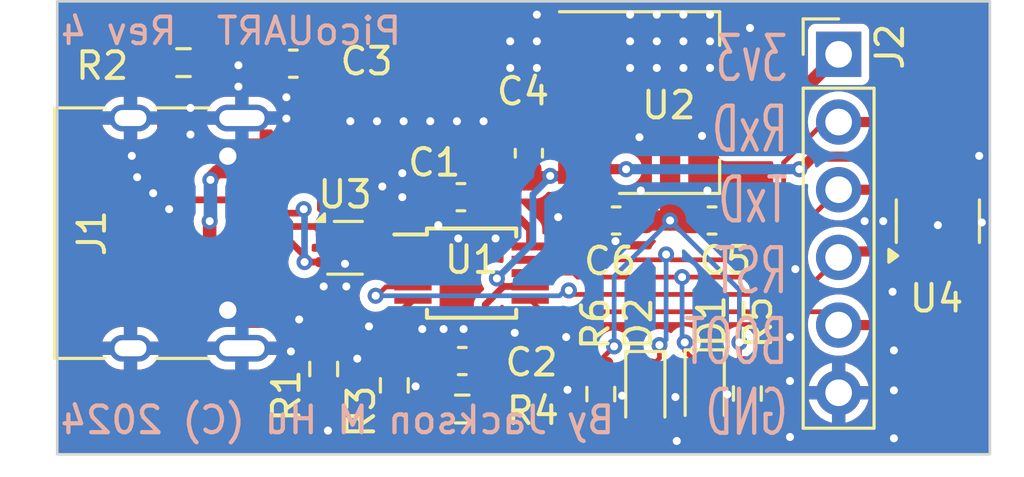
<source format=kicad_pcb>
(kicad_pcb (version 20240108) (generator "pcbnew") (generator_version "8.0")
  (layers (0 "F.Cu" signal) (31 "B.Cu" signal) (34 "B.Paste" user) (35 "F.Paste" user) (36 "B.SilkS" user "B.Silkscreen") (37 "F.SilkS" user "F.Silkscreen") (38 "B.Mask" user) (39 "F.Mask" user) (44 "Edge.Cuts" user))
  (net 0 "")
  (net 1 "GND")
  (net 2 "Net-(U1-V3)")
  (net 3 "+5V")
  (net 4 "+3V3")
  (net 5 "Net-(J1-CC1)")
  (net 6 "USB_DP")
  (net 7 "USB_DM")
  (net 9 "Net-(J1-CC2)")
  (net 11 "RxD")
  (net 12 "TxD")
  (net 13 "RESET")
  (net 14 "BOOT")
  (net 15 "Net-(U1-CTS)")
  (net 16 "Net-(D1-A)")
  (net 17 "Net-(D2-A)")
  (net 18 "USB_DP_IN")
  (net 19 "USB_DM_IN")
  (footprint "Capacitor_SMD:C_0603_1608Metric_Pad1.08x0.95mm_HandSolder" (layer "F.Cu") (at 138.15 82.35)
    (property "Reference" "C1" (at -1 -1.3 0) (layer "F.SilkS"))
    (property "Value" "100nF")
    (fp_line (start -0.146267 -0.51) (end 0.146267 -0.51) (stroke (width 0.12)) (layer "F.SilkS"))
    (fp_line (start -0.146267 0.51) (end 0.146267 0.51) (stroke (width 0.12)) (layer "F.SilkS"))
    (pad "1" smd roundrect (at -0.8625 0) (size 1.075 0.95) (layers "F.Cu" "F.Paste" "F.Mask") (net 1 "GND"))
    (pad "2" smd roundrect (at 0.8625 0) (size 1.075 0.95) (layers "F.Cu" "F.Paste" "F.Mask") (net 2 "Net-(U1-V3)"))
  )
  (footprint "Capacitor_SMD:C_0603_1608Metric_Pad1.08x0.95mm_HandSolder" (layer "F.Cu") (at 138.2 88.5)
    (property "Reference" "C2" (at 2.6 0.05 0) (layer "F.SilkS"))
    (property "Value" "100nF")
    (fp_line (start -0.146267 -0.51) (end 0.146267 -0.51) (stroke (width 0.12)) (layer "F.SilkS"))
    (fp_line (start -0.146267 0.51) (end 0.146267 0.51) (stroke (width 0.12)) (layer "F.SilkS"))
    (pad "1" smd roundrect (at -0.8625 0) (size 1.075 0.95) (layers "F.Cu" "F.Paste" "F.Mask") (net 1 "GND"))
    (pad "2" smd roundrect (at 0.8625 0) (size 1.075 0.95) (layers "F.Cu" "F.Paste" "F.Mask") (net 3 "+5V"))
  )
  (footprint "Package_SO:MSOP-10_3x3mm_P0.5mm" (layer "F.Cu") (at 138.55 85.2)
    (property "Reference" "U1" (at 0 -0.5 0) (layer "F.SilkS"))
    (property "Value" "CH340X")
    (fp_line (start -1.675 -1.675) (end -1.675 -1.45) (stroke (width 0.15)) (layer "F.SilkS"))
    (fp_line (start -1.675 -1.675) (end 1.675 -1.675) (stroke (width 0.15)) (layer "F.SilkS"))
    (fp_line (start -1.675 -1.45) (end -2.9 -1.45) (stroke (width 0.15)) (layer "F.SilkS"))
    (fp_line (start -1.675 1.675) (end -1.675 1.375) (stroke (width 0.15)) (layer "F.SilkS"))
    (fp_line (start -1.675 1.675) (end 1.675 1.675) (stroke (width 0.15)) (layer "F.SilkS"))
    (fp_line (start 1.675 -1.675) (end 1.675 -1.375) (stroke (width 0.15)) (layer "F.SilkS"))
    (fp_line (start 1.675 1.675) (end 1.675 1.375) (stroke (width 0.15)) (layer "F.SilkS"))
    (pad "1" smd rect (at -2.2 -1) (size 1.4 0.3) (layers "F.Cu" "F.Paste" "F.Mask") (net 6 "USB_DP"))
    (pad "2" smd rect (at -2.2 -0.5) (size 1.4 0.3) (layers "F.Cu" "F.Paste" "F.Mask") (net 7 "USB_DM"))
    (pad "3" smd rect (at -2.2 0) (size 1.4 0.3) (layers "F.Cu" "F.Paste" "F.Mask") (net 1 "GND"))
    (pad "4" smd rect (at -2.2 0.5) (size 1.4 0.3) (layers "F.Cu" "F.Paste" "F.Mask") (net 13 "RESET"))
    (pad "5" smd rect (at -2.2 1) (size 1.4 0.3) (layers "F.Cu" "F.Paste" "F.Mask") (net 15 "Net-(U1-CTS)"))
    (pad "6" smd rect (at 2.2 1) (size 1.4 0.3) (layers "F.Cu" "F.Paste" "F.Mask") (net 14 "BOOT"))
    (pad "7" smd rect (at 2.2 0.5) (size 1.4 0.3) (layers "F.Cu" "F.Paste" "F.Mask") (net 3 "+5V"))
    (pad "8" smd rect (at 2.2 0) (size 1.4 0.3) (layers "F.Cu" "F.Paste" "F.Mask") (net 12 "TxD"))
    (pad "9" smd rect (at 2.2 -0.5) (size 1.4 0.3) (layers "F.Cu" "F.Paste" "F.Mask") (net 11 "RxD"))
    (pad "10" smd rect (at 2.2 -1) (size 1.4 0.3) (layers "F.Cu" "F.Paste" "F.Mask") (net 2 "Net-(U1-V3)"))
  )
  (footprint "Connector_PinHeader_2.54mm:PinHeader_1x06_P2.54mm_Vertical" (layer "F.Cu") (at 152.325 76.99)
    (property "Reference" "J2" (at 1.925 -0.29 90) (layer "F.SilkS"))
    (property "Value" "UART")
    (fp_line (start -1.33 -1.33) (end 0 -1.33) (stroke (width 0.12)) (layer "F.SilkS"))
    (fp_line (start -1.33 0) (end -1.33 -1.33) (stroke (width 0.12)) (layer "F.SilkS"))
    (fp_line (start -1.33 1.27) (end -1.33 14.03) (stroke (width 0.12)) (layer "F.SilkS"))
    (fp_line (start -1.33 1.27) (end 1.33 1.27) (stroke (width 0.12)) (layer "F.SilkS"))
    (fp_line (start -1.33 14.03) (end 1.33 14.03) (stroke (width 0.12)) (layer "F.SilkS"))
    (fp_line (start 1.33 1.27) (end 1.33 14.03) (stroke (width 0.12)) (layer "F.SilkS"))
    (pad "1" thru_hole rect (at 0 0) (size 1.7 1.7) (drill 1) (layers "*.Cu" "*.Mask") (net 4 "+3V3"))
    (pad "2" thru_hole oval (at 0 2.54) (size 1.7 1.7) (drill 1) (layers "*.Cu" "*.Mask") (net 11 "RxD"))
    (pad "3" thru_hole oval (at 0 5.08) (size 1.7 1.7) (drill 1) (layers "*.Cu" "*.Mask") (net 12 "TxD"))
    (pad "4" thru_hole oval (at 0 7.62) (size 1.7 1.7) (drill 1) (layers "*.Cu" "*.Mask") (net 13 "RESET"))
    (pad "5" thru_hole oval (at 0 10.16) (size 1.7 1.7) (drill 1) (layers "*.Cu" "*.Mask") (net 14 "BOOT"))
    (pad "6" thru_hole oval (at 0 12.7) (size 1.7 1.7) (drill 1) (layers "*.Cu" "*.Mask") (net 1 "GND"))
  )
  (footprint "LED_SMD:LED_0603_1608Metric_Pad1.05x0.95mm_HandSolder" (layer "F.Cu") (at 145.07 89.8 -90)
    (property "Reference" "D2" (at -2.7 0.27 90) (layer "F.SilkS"))
    (property "Value" "LED")
    (fp_line (start -1.66 0.735) (end 0.8 0.735) (stroke (width 0.12)) (layer "F.SilkS"))
    (fp_line (start -1.66 -0.735) (end -1.66 0.735) (stroke (width 0.12)) (layer "F.SilkS"))
    (fp_line (start 0.8 -0.735) (end -1.66 -0.735) (stroke (width 0.12)) (layer "F.SilkS"))
    (pad "1" smd roundrect (at -0.875 0 270) (size 1.05 0.95) (layers "F.Cu" "F.Paste" "F.Mask") (net 11 "RxD"))
    (pad "2" smd roundrect (at 0.875 0 270) (size 1.05 0.95) (layers "F.Cu" "F.Paste" "F.Mask") (net 17 "Net-(D2-A)"))
  )
  (footprint "Capacitor_SMD:C_0603_1608Metric_Pad1.08x0.95mm_HandSolder" (layer "F.Cu") (at 143.975 83.225 180)
    (property "Reference" "C6" (at 0.225 -1.525 180) (layer "F.SilkS"))
    (property "Value" "10uF")
    (fp_line (start -0.146267 0.51) (end 0.146267 0.51) (stroke (width 0.12)) (layer "F.SilkS"))
    (fp_line (start -0.146267 -0.51) (end 0.146267 -0.51) (stroke (width 0.12)) (layer "F.SilkS"))
    (pad "1" smd roundrect (at -0.8625 0 180) (size 1.075 0.95) (layers "F.Cu" "F.Paste" "F.Mask") (net 4 "+3V3"))
    (pad "2" smd roundrect (at 0.8625 0 180) (size 1.075 0.95) (layers "F.Cu" "F.Paste" "F.Mask") (net 1 "GND"))
  )
  (footprint "Connector_USB:USB_C_Receptacle_HRO_TYPE-C-31-M-12" (layer "F.Cu") (at 126.8 83.7 -90)
    (property "Reference" "J1" (at 0 2.5 90) (layer "F.SilkS"))
    (property "Value" "USB")
    (fp_line (start -4.7 3.9) (end 4.7 3.9) (stroke (width 0.12)) (layer "F.SilkS"))
    (fp_line (start -4.7 2) (end -4.7 3.9) (stroke (width 0.12)) (layer "F.SilkS"))
    (fp_line (start 4.7 2) (end 4.7 3.9) (stroke (width 0.12)) (layer "F.SilkS"))
    (fp_line (start -4.7 -1.9) (end -4.7 0.1) (stroke (width 0.12)) (layer "F.SilkS"))
    (fp_line (start 4.7 -1.9) (end 4.7 0.1) (stroke (width 0.12)) (layer "F.SilkS"))
    (pad "" np_thru_hole circle (at -2.89 -2.6 270) (size 0.65 0.65) (drill 0.65) (layers "*.Cu" "*.Mask"))
    (pad "" np_thru_hole circle (at 2.89 -2.6 270) (size 0.65 0.65) (drill 0.65) (layers "*.Cu" "*.Mask"))
    (pad "A1" smd rect (at -3.25 -4.045 270) (size 0.6 1.45) (layers "F.Cu" "F.Paste" "F.Mask") (net 1 "GND"))
    (pad "A4" smd rect (at -2.45 -4.045 270) (size 0.6 1.45) (layers "F.Cu" "F.Paste" "F.Mask") (net 3 "+5V"))
    (pad "A5" smd rect (at -1.25 -4.045 270) (size 0.3 1.45) (layers "F.Cu" "F.Paste" "F.Mask") (net 5 "Net-(J1-CC1)"))
    (pad "A6" smd rect (at -0.25 -4.045 270) (size 0.3 1.45) (layers "F.Cu" "F.Paste" "F.Mask") (net 18 "USB_DP_IN"))
    (pad "A7" smd rect (at 0.25 -4.045 270) (size 0.3 1.45) (layers "F.Cu" "F.Paste" "F.Mask") (net 19 "USB_DM_IN"))
    (pad "A8" smd rect (at 1.25 -4.045 270) (size 0.3 1.45) (layers "F.Cu" "F.Paste" "F.Mask"))
    (pad "A9" smd rect (at 2.45 -4.045 270) (size 0.6 1.45) (layers "F.Cu" "F.Paste" "F.Mask") (net 3 "+5V"))
    (pad "A12" smd rect (at 3.25 -4.045 270) (size 0.6 1.45) (layers "F.Cu" "F.Paste" "F.Mask") (net 1 "GND"))
    (pad "B1" smd rect (at 3.25 -4.045 270) (size 0.6 1.45) (layers "F.Cu" "F.Paste" "F.Mask") (net 1 "GND"))
    (pad "B4" smd rect (at 2.45 -4.045 270) (size 0.6 1.45) (layers "F.Cu" "F.Paste" "F.Mask") (net 3 "+5V"))
    (pad "B5" smd rect (at 1.75 -4.045 270) (size 0.3 1.45) (layers "F.Cu" "F.Paste" "F.Mask") (net 9 "Net-(J1-CC2)"))
    (pad "B6" smd rect (at 0.75 -4.045 270) (size 0.3 1.45) (layers "F.Cu" "F.Paste" "F.Mask") (net 18 "USB_DP_IN"))
    (pad "B7" smd rect (at -0.75 -4.045 270) (size 0.3 1.45) (layers "F.Cu" "F.Paste" "F.Mask") (net 19 "USB_DM_IN"))
    (pad "B8" smd rect (at -1.75 -4.045 270) (size 0.3 1.45) (layers "F.Cu" "F.Paste" "F.Mask"))
    (pad "B9" smd rect (at -2.45 -4.045 270) (size 0.6 1.45) (layers "F.Cu" "F.Paste" "F.Mask") (net 3 "+5V"))
    (pad "B12" smd rect (at -3.25 -4.045 270) (size 0.6 1.45) (layers "F.Cu" "F.Paste" "F.Mask") (net 1 "GND"))
    (pad "S1" thru_hole oval (at -4.32 -3.13 270) (size 1 2.1) (drill oval 0.6 1.7) (layers "*.Cu" "*.Mask") (net 1 "GND"))
    (pad "S1" thru_hole oval (at -4.32 1.05 270) (size 1 1.6) (drill oval 0.6 1.2) (layers "*.Cu" "*.Mask") (net 1 "GND"))
    (pad "S1" thru_hole oval (at 4.32 -3.13 270) (size 1 2.1) (drill oval 0.6 1.7) (layers "*.Cu" "*.Mask") (net 1 "GND"))
    (pad "S1" thru_hole oval (at 4.32 1.05 270) (size 1 1.6) (drill oval 0.6 1.2) (layers "*.Cu" "*.Mask") (net 1 "GND"))
  )
  (footprint "LED_SMD:LED_0603_1608Metric_Pad1.05x0.95mm_HandSolder" (layer "F.Cu") (at 147.3 89.74 -90)
    (property "Reference" "D1" (at -2.74 -0.25 90) (layer "F.SilkS"))
    (property "Value" "LED")
    (fp_line (start -1.66 0.735) (end 0.8 0.735) (stroke (width 0.12)) (layer "F.SilkS"))
    (fp_line (start -1.66 -0.735) (end -1.66 0.735) (stroke (width 0.12)) (layer "F.SilkS"))
    (fp_line (start 0.8 -0.735) (end -1.66 -0.735) (stroke (width 0.12)) (layer "F.SilkS"))
    (pad "1" smd roundrect (at -0.875 0 270) (size 1.05 0.95) (layers "F.Cu" "F.Paste" "F.Mask") (net 12 "TxD"))
    (pad "2" smd roundrect (at 0.875 0 270) (size 1.05 0.95) (layers "F.Cu" "F.Paste" "F.Mask") (net 16 "Net-(D1-A)"))
  )
  (footprint "Resistor_SMD:R_0603_1608Metric_Pad0.98x0.95mm_HandSolder" (layer "F.Cu") (at 143.4 89.74 -90)
    (property "Reference" "R6" (at -2.64 0.2 -90) (layer "F.SilkS"))
    (property "Value" "1k")
    (fp_line (start -0.254724 0.5225) (end 0.254724 0.5225) (stroke (width 0.12)) (layer "F.SilkS"))
    (fp_line (start -0.254724 -0.5225) (end 0.254724 -0.5225) (stroke (width 0.12)) (layer "F.SilkS"))
    (pad "1" smd roundrect (at -0.9125 0 270) (size 0.975 0.95) (layers "F.Cu" "F.Paste" "F.Mask") (net 4 "+3V3"))
    (pad "2" smd roundrect (at 0.9125 0 270) (size 0.975 0.95) (layers "F.Cu" "F.Paste" "F.Mask") (net 17 "Net-(D2-A)"))
  )
  (footprint "Resistor_SMD:R_0603_1608Metric_Pad0.98x0.95mm_HandSolder" (layer "F.Cu") (at 127.7375 77.3)
    (property "Reference" "R2" (at -3.05 0.12 0) (layer "F.SilkS"))
    (property "Value" "5.11k")
    (fp_line (start -0.254724 -0.5225) (end 0.254724 -0.5225) (stroke (width 0.12)) (layer "F.SilkS"))
    (fp_line (start -0.254724 0.5225) (end 0.254724 0.5225) (stroke (width 0.12)) (layer "F.SilkS"))
    (pad "1" smd roundrect (at -0.9125 0) (size 0.975 0.95) (layers "F.Cu" "F.Paste" "F.Mask") (net 5 "Net-(J1-CC1)"))
    (pad "2" smd roundrect (at 0.9125 0) (size 0.975 0.95) (layers "F.Cu" "F.Paste" "F.Mask") (net 1 "GND"))
  )
  (footprint "Capacitor_SMD:C_0603_1608Metric_Pad1.08x0.95mm_HandSolder" (layer "F.Cu") (at 147.575 83.225)
    (property "Reference" "C5" (at 0.5 1.5 180) (layer "F.SilkS"))
    (property "Value" "0.1uF")
    (fp_line (start -0.146267 -0.51) (end 0.146267 -0.51) (stroke (width 0.12)) (layer "F.SilkS"))
    (fp_line (start -0.146267 0.51) (end 0.146267 0.51) (stroke (width 0.12)) (layer "F.SilkS"))
    (pad "1" smd roundrect (at -0.8625 0) (size 1.075 0.95) (layers "F.Cu" "F.Paste" "F.Mask") (net 4 "+3V3"))
    (pad "2" smd roundrect (at 0.8625 0) (size 1.075 0.95) (layers "F.Cu" "F.Paste" "F.Mask") (net 1 "GND"))
  )
  (footprint "Capacitor_SMD:C_0603_1608Metric_Pad1.08x0.95mm_HandSolder" (layer "F.Cu") (at 140.7 80.7 90)
    (property "Reference" "C4" (at 2.32 -0.22 180) (layer "F.SilkS"))
    (property "Value" "0.1uF")
    (fp_line (start -0.146267 -0.51) (end 0.146267 -0.51) (stroke (width 0.12)) (layer "F.SilkS"))
    (fp_line (start -0.146267 0.51) (end 0.146267 0.51) (stroke (width 0.12)) (layer "F.SilkS"))
    (pad "1" smd roundrect (at -0.8625 0 90) (size 1.075 0.95) (layers "F.Cu" "F.Paste" "F.Mask") (net 3 "+5V"))
    (pad "2" smd roundrect (at 0.8625 0 90) (size 1.075 0.95) (layers "F.Cu" "F.Paste" "F.Mask") (net 1 "GND"))
  )
  (footprint "Resistor_SMD:R_0603_1608Metric_Pad0.98x0.95mm_HandSolder" (layer "F.Cu") (at 133 88.8 -90)
    (property "Reference" "R1" (at 1 1.4 90) (layer "F.SilkS"))
    (property "Value" "5.11k")
    (fp_line (start -0.254724 0.5225) (end 0.254724 0.5225) (stroke (width 0.12)) (layer "F.SilkS"))
    (fp_line (start -0.254724 -0.5225) (end 0.254724 -0.5225) (stroke (width 0.12)) (layer "F.SilkS"))
    (pad "1" smd roundrect (at -0.9125 0 270) (size 0.975 0.95) (layers "F.Cu" "F.Paste" "F.Mask") (net 9 "Net-(J1-CC2)"))
    (pad "2" smd roundrect (at 0.9125 0 270) (size 0.975 0.95) (layers "F.Cu" "F.Paste" "F.Mask") (net 1 "GND"))
  )
  (footprint "Package_TO_SOT_SMD:SOT-23-6" (layer "F.Cu") (at 156.05 83.25 90)
    (property "Reference" "U4" (at -2.9 -0.05 180) (layer "F.SilkS"))
    (property "Value" "USBLC6-4SC6")
    (fp_line (start 0 -1.56) (end 0.8 -1.56) (stroke (width 0.12)) (layer "F.SilkS"))
    (fp_line (start 0 -1.56) (end -0.8 -1.56) (stroke (width 0.12)) (layer "F.SilkS"))
    (fp_line (start 0 1.56) (end 0.8 1.56) (stroke (width 0.12)) (layer "F.SilkS"))
    (fp_line (start 0 1.56) (end -0.8 1.56) (stroke (width 0.12)) (layer "F.SilkS"))
    (fp_poly (pts (xy -1.3 -1.51) (xy -1.54 -1.84) (xy -1.06 -1.84) (xy -1.3 -1.51)) (stroke (width 0.12)) (fill solid) (layer "F.SilkS"))
    (pad "1" smd roundrect (at -1.1375 -0.95 90) (size 1.325 0.6) (layers "F.Cu" "F.Paste" "F.Mask") (net 13 "RESET"))
    (pad "2" smd roundrect (at -1.1375 0 90) (size 1.325 0.6) (layers "F.Cu" "F.Paste" "F.Mask") (net 1 "GND"))
    (pad "3" smd roundrect (at -1.1375 0.95 90) (size 1.325 0.6) (layers "F.Cu" "F.Paste" "F.Mask") (net 14 "BOOT"))
    (pad "4" smd roundrect (at 1.1375 0.95 90) (size 1.325 0.6) (layers "F.Cu" "F.Paste" "F.Mask") (net 11 "RxD"))
    (pad "5" smd roundrect (at 1.1375 0 90) (size 1.325 0.6) (layers "F.Cu" "F.Paste" "F.Mask") (net 3 "+5V"))
    (pad "6" smd roundrect (at 1.1375 -0.95 90) (size 1.325 0.6) (layers "F.Cu" "F.Paste" "F.Mask") (net 12 "TxD"))
  )
  (footprint "Resistor_SMD:R_0603_1608Metric_Pad0.98x0.95mm_HandSolder" (layer "F.Cu") (at 148.9 89.72 -90)
    (property "Reference" "R5" (at -2.67 -0.4 -90) (layer "F.SilkS"))
    (property "Value" "1k")
    (fp_line (start -0.254724 0.5225) (end 0.254724 0.5225) (stroke (width 0.12)) (layer "F.SilkS"))
    (fp_line (start -0.254724 -0.5225) (end 0.254724 -0.5225) (stroke (width 0.12)) (layer "F.SilkS"))
    (pad "1" smd roundrect (at -0.9125 0 270) (size 0.975 0.95) (layers "F.Cu" "F.Paste" "F.Mask") (net 4 "+3V3"))
    (pad "2" smd roundrect (at 0.9125 0 270) (size 0.975 0.95) (layers "F.Cu" "F.Paste" "F.Mask") (net 16 "Net-(D1-A)"))
  )
  (footprint "Package_TO_SOT_SMD:SOT-223-3_TabPin2" (layer "F.Cu") (at 145.95 78.8)
    (property "Reference" "U2" (at 0 0.1 0) (layer "F.SilkS"))
    (property "Value" "AMS1117-3.3")
    (fp_line (start -4.1 -3.41) (end 1.91 -3.41) (stroke (width 0.12)) (layer "F.SilkS"))
    (fp_line (start -1.85 3.41) (end 1.91 3.41) (stroke (width 0.12)) (layer "F.SilkS"))
    (fp_line (start 1.91 -3.41) (end 1.91 -2.15) (stroke (width 0.12)) (layer "F.SilkS"))
    (fp_line (start 1.91 3.41) (end 1.91 2.15) (stroke (width 0.12)) (layer "F.SilkS"))
    (pad "1" smd rect (at -3.15 -2.3) (size 2 1.5) (layers "F.Cu" "F.Paste" "F.Mask") (net 1 "GND"))
    (pad "2" smd rect (at -3.15 0) (size 2 1.5) (layers "F.Cu" "F.Paste" "F.Mask") (net 4 "+3V3"))
    (pad "2" smd rect (at 3.15 0) (size 2 3.8) (layers "F.Cu" "F.Paste" "F.Mask") (net 4 "+3V3"))
    (pad "3" smd rect (at -3.15 2.3) (size 2 1.5) (layers "F.Cu" "F.Paste" "F.Mask") (net 3 "+5V"))
  )
  (footprint "Capacitor_SMD:C_0603_1608Metric_Pad1.08x0.95mm_HandSolder" (layer "F.Cu") (at 131.86 77.34 180)
    (property "Reference" "C3" (at -2.75 0.09 0) (layer "F.SilkS"))
    (property "Value" "10uF")
    (fp_line (start -0.146267 0.51) (end 0.146267 0.51) (stroke (width 0.12)) (layer "F.SilkS"))
    (fp_line (start -0.146267 -0.51) (end 0.146267 -0.51) (stroke (width 0.12)) (layer "F.SilkS"))
    (pad "1" smd roundrect (at -0.8625 0 180) (size 1.075 0.95) (layers "F.Cu" "F.Paste" "F.Mask") (net 3 "+5V"))
    (pad "2" smd roundrect (at 0.8625 0 180) (size 1.075 0.95) (layers "F.Cu" "F.Paste" "F.Mask") (net 1 "GND"))
  )
  (footprint "Package_TO_SOT_SMD:SOT-666" (layer "F.Cu") (at 133.8 84.25)
    (property "Reference" "U3" (at 0 -2 360) (layer "F.SilkS"))
    (property "Value" "USBLC6-2P6")
    (fp_line (start 0.65 -0.99) (end -0.4 -0.99) (stroke (width 0.12)) (layer "F.SilkS"))
    (fp_line (start 0.65 0.99) (end -0.65 0.99) (stroke (width 0.12)) (layer "F.SilkS"))
    (fp_poly (pts (xy -0.77 -0.99) (xy -1.05 -0.99) (xy -0.77 -1.27) (xy -0.77 -0.99)) (stroke (width 0.12)) (fill solid) (layer "F.SilkS"))
    (pad "1" smd roundrect (at -0.85 -0.5375) (size 0.5 0.375) (layers "F.Cu" "F.Paste" "F.Mask") (net 18 "USB_DP_IN"))
    (pad "2" smd roundrect (at -0.925 0) (size 0.65 0.3) (layers "F.Cu" "F.Paste" "F.Mask") (net 1 "GND"))
    (pad "3" smd roundrect (at -0.85 0.5375) (size 0.5 0.375) (layers "F.Cu" "F.Paste" "F.Mask") (net 19 "USB_DM_IN"))
    (pad "4" smd roundrect (at 0.85 0.5375) (size 0.5 0.375) (layers "F.Cu" "F.Paste" "F.Mask") (net 7 "USB_DM"))
    (pad "5" smd roundrect (at 0.925 0) (size 0.65 0.3) (layers "F.Cu" "F.Paste" "F.Mask") (net 3 "+5V"))
    (pad "6" smd roundrect (at 0.85 -0.5375) (size 0.5 0.375) (layers "F.Cu" "F.Paste" "F.Mask") (net 6 "USB_DP"))
  )
  (footprint "Resistor_SMD:R_0603_1608Metric_Pad0.98x0.95mm_HandSolder" (layer "F.Cu") (at 138.2 90.3)
    (property "Reference" "R4" (at 2.65 0.07 0) (layer "F.SilkS"))
    (property "Value" "4.7k")
    (fp_line (start -0.254724 -0.5225) (end 0.254724 -0.5225) (stroke (width 0.12)) (layer "F.SilkS"))
    (fp_line (start -0.254724 0.5225) (end 0.254724 0.5225) (stroke (width 0.12)) (layer "F.SilkS"))
    (pad "1" smd roundrect (at -0.9125 0) (size 0.975 0.95) (layers "F.Cu" "F.Paste" "F.Mask") (net 14 "BOOT"))
    (pad "2" smd roundrect (at 0.9125 0) (size 0.975 0.95) (layers "F.Cu" "F.Paste" "F.Mask") (net 1 "GND"))
  )
  (footprint "Resistor_SMD:R_0603_1608Metric_Pad0.98x0.95mm_HandSolder" (layer "F.Cu") (at 135.65 89.4125 -90)
    (property "Reference" "R3" (at 0.9875 1.25 90) (layer "F.SilkS"))
    (property "Value" "4.7k")
    (fp_line (start -0.254724 0.5225) (end 0.254724 0.5225) (stroke (width 0.12)) (layer "F.SilkS"))
    (fp_line (start -0.254724 -0.5225) (end 0.254724 -0.5225) (stroke (width 0.12)) (layer "F.SilkS"))
    (pad "1" smd roundrect (at -0.9125 0 270) (size 0.975 0.95) (layers "F.Cu" "F.Paste" "F.Mask") (net 15 "Net-(U1-CTS)"))
    (pad "2" smd roundrect (at 0.9125 0 270) (size 0.975 0.95) (layers "F.Cu" "F.Paste" "F.Mask") (net 14 "BOOT"))
  )
  (gr_rect (start 123 75) (end 158 92) (stroke (width 0.1)) (fill none) (layer "Edge.Cuts"))
  (gr_text "3v3\nRxD\nTxD\nRST\nBOOT\nGND" (at 150.5 91.4 0) (layer "B.SilkS") (effects (font (size 1.65 1) (thickness 0.16)) (justify left bottom mirror)))
  (gr_text "PicoUART  Rev 4\n" (at 136 76.7 0) (layer "B.SilkS") (effects (font (size 1 1)) (justify left bottom mirror)))
  (gr_text "By Jackson M Hu (C) 2024" (at 144 91.3 0) (layer "B.SilkS") (effects (font (size 1 1) (thickness 0.16)) (justify left bottom mirror)))
  (segment (start 132.875 84.25) (end 133.260128 84.25) (width 0.254) (layer "F.Cu") (net 1))
  (segment (start 133.860128 84.85) (end 134.312128 85.302) (width 0.254) (layer "F.Cu") (net 1))
  (segment (start 133.8 84.789872) (end 133.8 84.85) (width 0.254) (layer "F.Cu") (net 1))
  (segment (start 135.539225 85.2) (end 136.35 85.2) (width 0.254) (layer "F.Cu") (net 1))
  (segment (start 134.312128 85.302) (end 135.437225 85.302) (width 0.254) (layer "F.Cu") (net 1))
  (segment (start 135.437225 85.302) (end 135.539225 85.2) (width 0.254) (layer "F.Cu") (net 1))
  (segment (start 133.260128 84.25) (end 133.8 84.789872) (width 0.254) (layer "F.Cu") (net 1))
  (segment (start 133.8 84.85) (end 133.860128 84.85) (width 0.254) (layer "F.Cu") (net 1))
  (via (at 147.4 82.1) (size 0.6) (drill 0.3) (layers "F.Cu" "B.Cu") (net 1))
  (via (at 139.45 83.9) (size 0.6) (drill 0.3) (layers "F.Cu" "B.Cu") (net 1))
  (via (at 136 79.5) (size 0.6) (drill 0.3) (layers "F.Cu" "B.Cu") (net 1))
  (via (at 138.05 83.9) (size 0.6) (drill 0.3) (layers "F.Cu" "B.Cu") (net 1))
  (via (at 136.7 87.3) (size 0.6) (drill 0.3) (layers "F.Cu" "B.Cu") (net 1))
  (via (at 131.6 78.6) (size 0.6) (drill 0.3) (layers "F.Cu" "B.Cu") (net 1))
  (via (at 144.5 77.5) (size 0.6) (drill 0.3) (layers "F.Cu" "B.Cu") (net 1))
  (via (at 146.2 89.85) (size 0.6) (drill 0.3) (layers "F.Cu" "B.Cu") (net 1))
  (via (at 147.5 75.5) (size 0.6) (drill 0.3) (layers "F.Cu" "B.Cu") (net 1))
  (via (at 135.95 82.35) (size 0.6) (drill 0.3) (layers "F.Cu" "B.Cu") (net 1))
  (via (at 140 76.5) (size 0.6) (drill 0.3) (layers "F.Cu" "B.Cu") (net 1))
  (via (at 147.5 77.5) (size 0.6) (drill 0.3) (layers "F.Cu" "B.Cu") (net 1))
  (via (at 143.95 84) (size 0.6) (drill 0.3) (layers "F.Cu" "B.Cu") (net 1))
  (via (at 133 85.7) (size 0.6) (drill 0.3) (layers "F.Cu" "B.Cu") (net 1))
  (via (at 128 80) (size 0.6) (drill 0.3) (layers "F.Cu" "B.Cu") (net 1))
  (via (at 125.8 80.8) (size 0.6) (drill 0.3) (layers "F.Cu" "B.Cu") (net 1))
  (via (at 138 79.5) (size 0.6) (drill 0.3) (layers "F.Cu" "B.Cu") (net 1))
  (via (at 135.95 81.45) (size 0.6) (drill 0.3) (layers "F.Cu" "B.Cu") (net 1))
  (via (at 140 77.5) (size 0.6) (drill 0.3) (layers "F.Cu" "B.Cu") (net 1))
  (via (at 133.8 84.85) (size 0.6) (drill 0.3) (layers "F.Cu" "B.Cu") (net 1))
  (via (at 148.15 89.75) (size 0.6) (drill 0.3) (layers "F.Cu" "B.Cu") (net 1))
  (via (at 141 75.5) (size 0.6) (drill 0.3) (layers "F.Cu" "B.Cu") (net 1))
  (via (at 141 76.5) (size 0.6) (drill 0.3) (layers "F.Cu" "B.Cu") (net 1))
  (via (at 146.5 75.5) (size 0.6) (drill 0.3) (layers "F.Cu" "B.Cu") (net 1))
  (via (at 126 81.6) (size 0.6) (drill 0.3) (layers "F.Cu" "B.Cu") (net 1))
  (via (at 141.8 83.1) (size 0.6) (drill 0.3) (layers "F.Cu" "B.Cu") (net 1))
  (via (at 142.1 87.6) (size 0.6) (drill 0.3) (layers "F.Cu" "B.Cu") (net 1))
  (via (at 137.3 83.4) (size 0.6) (drill 0.3) (layers "F.Cu" "B.Cu") (net 1))
  (via (at 157.6 80.8) (size 0.6) (drill 0.3) (layers "F.Cu" "B.Cu") (net 1))
  (via (at 131.6 79.4) (size 0.6) (drill 0.3) (layers "F.Cu" "B.Cu") (net 1))
  (via (at 154.35 85.9) (size 0.6) (drill 0.3) (layers "F.Cu" "B.Cu") (net 1))
  (via (at 131.77 88.14) (size 0.6) (drill 0.3) (layers "F.Cu" "B.Cu") (net 1))
  (via (at 150.5 89.25) (size 0.6) (drill 0.3) (layers "F.Cu" "B.Cu") (net 1))
  (via (at 139 79.5) (size 0.6) (drill 0.3) (layers "F.Cu" "B.Cu") (net 1))
  (via (at 134.7 87.2) (size 0.6) (drill 0.3) (layers "F.Cu" "B.Cu") (net 1))
  (via (at 127.2 82.8) (size 0.6) (drill 0.3) (layers "F.Cu" "B.Cu") (net 1))
  (via (at 154 83.25) (size 0.6) (drill 0.3) (layers "F.Cu" "B.Cu") (net 1))
  (via (at 129.8 77.4) (size 0.6) (drill 0.3) (layers "F.Cu" "B.Cu") (net 1))
  (via (at 133.16 91.11) (size 0.6) (drill 0.3) (layers "F.Cu" "B.Cu") (net 1))
  (via (at 153.3 83.25) (size 0.6) (drill 0.3) (layers "F.Cu" "B.Cu") (net 1))
  (via (at 134.26 88.41) (size 0.6) (drill 0.3) (layers "F.Cu" "B.Cu") (net 1))
  (via (at 144.5 75.5) (size 0.6) (drill 0.3) (layers "F.Cu" "B.Cu") (net 1))
  (via (at 135 79.5) (size 0.6) (drill 0.3) (layers "F.Cu" "B.Cu") (net 1))
  (via (at 140.17 87.44) (size 0.6) (drill 0.3) (layers "F.Cu" "B.Cu") (net 1))
  (via (at 149 76) (size 0.6) (drill 0.3) (layers "F.Cu" "B.Cu") (net 1))
  (via (at 141 77.5) (size 0.6) (drill 0.3) (layers "F.Cu" "B.Cu") (net 1))
  (via (at 154.4 91.4) (size 0.6) (drill 0.3) (layers "F.Cu" "B.Cu") (net 1))
  (via (at 144.2 89.8) (size 0.6) (drill 0.3) (layers "F.Cu" "B.Cu") (net 1))
  (via (at 157.7 83.3) (size 0.6) (drill 0.3) (layers "F.Cu" "B.Cu") (net 1))
  (via (at 147.2 80.05) (size 0.6) (drill 0.3) (layers "F.Cu" "B.Cu") (net 1))
  (via (at 126.6 82.2) (size 0.6) (drill 0.3) (layers "F.Cu" "B.Cu") (net 1))
  (via (at 146.5 76.5) (size 0.6) (drill 0.3) (layers "F.Cu" "B.Cu") (net 1))
  (via (at 128 79) (size 0.6) (drill 0.3) (layers "F.Cu" "B.Cu") (net 1))
  (via (at 144.85 80.1) (size 0.6) (drill 0.3) (layers "F.Cu" "B.Cu") (net 1))
  (via (at 142.15 89.58) (size 0.6) (drill 0.3) (layers "F.Cu" "B.Cu") (net 1))
  (via (at 150.5 91.35) (size 0.6) (drill 0.3) (layers "F.Cu" "B.Cu") (net 1))
  (via (at 145.5 76.5) (size 0.6) (drill 0.3) (layers "F.Cu" "B.Cu") (net 1))
  (via (at 133.85 85.7) (size 0.6) (drill 0.3) (layers "F.Cu" "B.Cu") (net 1))
  (via (at 147.5 76.5) (size 0.6) (drill 0.3) (layers "F.Cu" "B.Cu") (net 1))
  (via (at 156.05 83.4) (size 0.6) (drill 0.3) (layers "F.Cu" "B.Cu") (net 1))
  (via (at 137 79.5) (size 0.6) (drill 0.3) (layers "F.Cu" "B.Cu") (net 1))
  (via (at 146.5 77.5) (size 0.6) (drill 0.3) (layers "F.Cu" "B.Cu") (net 1))
  (via (at 144.9 82.1) (size 0.6) (drill 0.3) (layers "F.Cu" "B.Cu") (net 1))
  (via (at 145.5 75.5) (size 0.6) (drill 0.3) (layers "F.Cu" "B.Cu") (net 1))
  (via (at 154.4 88.1) (size 0.6) (drill 0.3) (layers "F.Cu" "B.Cu") (net 1))
  (via (at 144.5 76.5) (size 0.6) (drill 0.3) (layers "F.Cu" "B.Cu") (net 1))
  (via (at 150.5 87.6) (size 0.6) (drill 0.3) (layers "F.Cu" "B.Cu") (net 1))
  (via (at 154.4 89.6) (size 0.6) (drill 0.3) (layers "F.Cu" "B.Cu") (net 1))
  (via (at 137.5 87.3) (size 0.6) (drill 0.3) (layers "F.Cu" "B.Cu") (net 1))
  (via (at 146.25 91.5) (size 0.6) (drill 0.3) (layers "F.Cu" "B.Cu") (net 1))
  (via (at 145.5 77.5) (size 0.6) (drill 0.3) (layers "F.Cu" "B.Cu") (net 1))
  (via (at 136.45 89.45) (size 0.6) (drill 0.3) (layers "F.Cu" "B.Cu") (net 1))
  (via (at 134 79.5) (size 0.6) (drill 0.3) (layers "F.Cu" "B.Cu") (net 1))
  (via (at 132.08 86.94) (size 0.6) (drill 0.3) (layers "F.Cu" "B.Cu") (net 1))
  (via (at 135.2 81.95) (size 0.6) (drill 0.3) (layers "F.Cu" "B.Cu") (net 1))
  (via (at 138.25 87.3) (size 0.6) (drill 0.3) (layers "F.Cu" "B.Cu") (net 1))
  (via (at 129.8 78.2) (size 0.6) (drill 0.3) (layers "F.Cu" "B.Cu") (net 1))
  (via (at 150.7 85.05) (size 0.6) (drill 0.3) (layers "F.Cu" "B.Cu") (net 1))
  (segment (start 139.55 82.35) (end 140.75 83.55) (width 0.3048) (layer "F.Cu") (net 2))
  (segment (start 140.75 83.55) (end 140.75 84.1976) (width 0.3048) (layer "F.Cu") (net 2))
  (segment (start 139.0125 82.35) (end 139.55 82.35) (width 0.3048) (layer "F.Cu") (net 2))
  (segment (start 130.845 81.25) (end 130.05 81.25) (width 0.508) (layer "F.Cu") (net 3))
  (segment (start 139.643 80.5055) (end 140.7 81.5625) (width 0.508) (layer "F.Cu") (net 3))
  (segment (start 155.24804 80.8295) (end 151.3705 80.8295) (width 0.381) (layer "F.Cu") (net 3))
  (segment (start 141.5125 81.5625) (end 142.3375 81.5625) (width 0.381) (layer "F.Cu") (net 3))
  (segment (start 128.72 83.25) (end 128.72 85.108) (width 0.508) (layer "F.Cu") (net 3))
  (segment (start 130.845 81.25) (end 131.978 81.25) (width 0.508) (layer "F.Cu") (net 3))
  (segment (start 132.877 82.787128) (end 132.877 82.277) (width 0.254) (layer "F.Cu") (net 3))
  (segment (start 130.749 86.054) (end 130.845 86.15) (width 0.508) (layer "F.Cu") (net 3))
  (segment (start 131.85 81.25) (end 130.845 81.25) (width 0.254) (layer "F.Cu") (net 3))
  (segment (start 130.05 81.25) (end 129.911 81.389) (width 0.508) (layer "F.Cu") (net 3))
  (segment (start 129.011 81.389) (end 128.75 81.65) (width 0.508) (layer "F.Cu") (net 3))
  (segment (start 156.05 82.1125) (end 156.05 81.63146) (width 0.381) (layer "F.Cu") (net 3))
  (segment (start 129.911 81.389) (end 129.011 81.389) (width 0.508) (layer "F.Cu") (net 3))
  (segment (start 144.35 81.3) (end 143 81.3) (width 0.381) (layer "F.Cu") (net 3))
  (segment (start 143 81.3) (end 142.8 81.1) (width 0.381) (layer "F.Cu") (net 3))
  (segment (start 139.0625 86.3835) (end 139.0625 88.5) (width 0.254) (layer "F.Cu") (net 3))
  (segment (start 142.3375 81.5625) (end 142.8 81.1) (width 0.381) (layer "F.Cu") (net 3))
  (segment (start 156.05 81.63146) (end 155.24804 80.8295) (width 0.381) (layer "F.Cu") (net 3))
  (segment (start 128.75 81.7) (end 128.7 81.7) (width 0.508) (layer "F.Cu") (net 3))
  (segment (start 150.85 81.3) (end 150.85 81.35) (width 0.381) (layer "F.Cu") (net 3))
  (segment (start 139.5 85.4) (end 139.45 85.4) (width 0.254) (layer "F.Cu") (net 3))
  (segment (start 139.5 85.45) (end 139.5 85.4) (width 0.254) (layer "F.Cu") (net 3))
  (segment (start 128.7 81.7) (end 128.7 81.7) (width 0.508) (layer "F.Cu") (net 3))
  (segment (start 141.5 81.55) (end 141.5125 81.5625) (width 0.381) (layer "F.Cu") (net 3))
  (segment (start 141.4875 81.5625) (end 141.5 81.55) (width 0.381) (layer "F.Cu") (net 3))
  (segment (start 139.45 85.4) (end 139.5 85.45) (width 0.254) (layer "F.Cu") (net 3))
  (segment (start 131.978 81.25) (end 132.7225 80.5055) (width 0.508) (layer "F.Cu") (net 3))
  (segment (start 139.746 85.7) (end 139.0625 86.3835) (width 0.254) (layer "F.Cu") (net 3))
  (segment (start 128.72 85.108) (end 129.666 86.054) (width 0.508) (layer "F.Cu") (net 3))
  (segment (start 132.7225 80.5055) (end 139.643 80.5055) (width 0.508) (layer "F.Cu") (net 3))
  (segment (start 129.666 86.054) (end 130.749 86.054) (width 0.508) (layer "F.Cu") (net 3))
  (segment (start 150.9 81.3) (end 150.85 81.3) (width 0.381) (layer "F.Cu") (net 3))
  (segment (start 140.7 81.5625) (end 141.4875 81.5625) (width 0.381) (layer "F.Cu") (net 3))
  (segment (start 139.746 85.7) (end 139.746 85.696) (width 0.254) (layer "F.Cu") (net 3))
  (segment (start 132.877 82.277) (end 131.85 81.25) (width 0.254) (layer "F.Cu") (net 3))
  (segment (start 139.746 85.696) (end 139.5 85.45) (width 0.254) (layer "F.Cu") (net 3))
  (segment (start 134.339872 84.25) (end 132.877 82.787128) (width 0.254) (layer "F.Cu") (net 3))
  (segment (start 150.85 81.35) (end 150.9 81.3) (width 0.381) (layer "F.Cu") (net 3))
  (segment (start 140.75 85.7) (end 139.746 85.7) (width 0.254) (layer "F.Cu") (net 3))
  (segment (start 151.3705 80.8295) (end 150.9 81.3) (width 0.381) (layer "F.Cu") (net 3))
  (segment (start 128.75 81.65) (end 128.75 81.7) (width 0.508) (layer "F.Cu") (net 3))
  (segment (start 132.7225 80.5055) (end 132.7225 77.34) (width 0.508) (layer "F.Cu") (net 3))
  (segment (start 134.725 84.25) (end 134.339872 84.25) (width 0.254) (layer "F.Cu") (net 3))
  (via (at 139.5 85.4) (size 0.6) (drill 0.3) (layers "F.Cu" "B.Cu") (net 3))
  (via (at 144.35 81.3) (size 0.6) (drill 0.3) (layers "F.Cu" "B.Cu") (net 3))
  (via (at 150.85 81.3) (size 0.6) (drill 0.3) (layers "F.Cu" "B.Cu") (net 3))
  (via (at 141.5 81.55) (size 0.6) (drill 0.3) (layers "F.Cu" "B.Cu") (net 3))
  (via (at 128.72 83.25) (size 0.6) (drill 0.3) (layers "F.Cu" "B.Cu") (net 3))
  (via (at 128.75 81.7) (size 0.6) (drill 0.3) (layers "F.Cu" "B.Cu") (net 3))
  (segment (start 140.85 84.05) (end 140.85 82.25) (width 0.254) (layer "B.Cu") (net 3))
  (segment (start 128.75 81.7) (end 128.75 83.22) (width 0.508) (layer "B.Cu") (net 3))
  (segment (start 150.85 81.3) (end 144.35 81.3) (width 0.381) (layer "B.Cu") (net 3))
  (segment (start 139.5 85.4) (end 140.85 84.05) (width 0.254) (layer "B.Cu") (net 3))
  (segment (start 140.85 82.25) (end 141.55 81.55) (width 0.254) (layer "B.Cu") (net 3))
  (segment (start 128.75 83.22) (end 128.75 83.05) (width 0.508) (layer "B.Cu") (net 3))
  (segment (start 128.72 83.25) (end 128.75 83.22) (width 0.508) (layer "B.Cu") (net 3))
  (segment (start 144.8375 83.225) (end 146 83.225) (width 0.762) (layer "F.Cu") (net 4))
  (segment (start 149.1 78.8) (end 150.515 78.8) (width 0.508) (layer "F.Cu") (net 4))
  (segment (start 148.6 87.8) (end 148.6 88.5075) (width 0.1778) (layer "F.Cu") (net 4))
  (segment (start 143.9 87.95) (end 143.4 88.45) (width 0.1778) (layer "F.Cu") (net 4))
  (segment (start 146 78.85) (end 146.05 78.8) (width 0.762) (layer "F.Cu") (net 4))
  (segment (start 142.8 78.8) (end 146.05 78.8) (width 0.762) (layer "F.Cu") (net 4))
  (segment (start 150.515 78.8) (end 152.325 76.99) (width 0.508) (layer "F.Cu") (net 4))
  (segment (start 143.4 88.45) (end 143.4 88.8275) (width 0.1778) (layer "F.Cu") (net 4))
  (segment (start 146 83.225) (end 146 78.85) (width 0.762) (layer "F.Cu") (net 4))
  (segment (start 146.05 78.8) (end 149.1 78.8) (width 0.762) (layer "F.Cu") (net 4))
  (segment (start 148.6 88.5075) (end 148.9425 88.85) (width 0.1778) (layer "F.Cu") (net 4))
  (segment (start 146 83.225) (end 146.7125 83.225) (width 0.762) (layer "F.Cu") (net 4))
  (via (at 146 83.225) (size 0.6) (drill 0.3) (layers "F.Cu" "B.Cu") (net 4))
  (via (at 148.6 87.8) (size 0.6) (drill 0.3) (layers "F.Cu" "B.Cu") (net 4))
  (via (at 143.9 87.95) (size 0.6) (drill 0.3) (layers "F.Cu" "B.Cu") (net 4))
  (segment (start 148.6 87.8) (end 148.6 85.825) (width 0.1778) (layer "B.Cu") (net 4))
  (segment (start 143.9 87.95) (end 143.9 85.325) (width 0.1778) (layer "B.Cu") (net 4))
  (segment (start 146 83.225) (end 145.975 83.2) (width 0.1778) (layer "B.Cu") (net 4))
  (segment (start 143.9 85.325) (end 146 83.225) (width 0.1778) (layer "B.Cu") (net 4))
  (segment (start 148.6 85.825) (end 146 83.225) (width 0.1778) (layer "B.Cu") (net 4))
  (segment (start 126.877 81.227) (end 128.1 82.45) (width 0.254) (layer "F.Cu") (net 5))
  (segment (start 126.877 77.352) (end 126.877 81.227) (width 0.254) (layer "F.Cu") (net 5))
  (segment (start 126.825 77.3) (end 126.877 77.352) (width 0.254) (layer "F.Cu") (net 5))
  (segment (start 128.1 82.45) (end 130.845 82.45) (width 0.254) (layer "F.Cu") (net 5))
  (segment (start 135.8625 83.7125) (end 136.35 84.2) (width 0.25) (layer "F.Cu") (net 6))
  (segment (start 134.65 83.7125) (end 135.8625 83.7125) (width 0.25) (layer "F.Cu") (net 6))
  (segment (start 135.3125 84.7875) (end 135.4 84.7) (width 0.25) (layer "F.Cu") (net 7))
  (segment (start 135.4 84.7) (end 136.35 84.7) (width 0.25) (layer "F.Cu") (net 7))
  (segment (start 134.65 84.7875) (end 135.3125 84.7875) (width 0.25) (layer "F.Cu") (net 7))
  (segment (start 130.845 85.45) (end 131.824 85.45) (width 0.254) (layer "F.Cu") (net 9))
  (segment (start 131.824 85.45) (end 133 86.626) (width 0.254) (layer "F.Cu") (net 9))
  (segment (start 133 86.626) (end 133 87.8875) (width 0.254) (layer "F.Cu") (net 9))
  (segment (start 151.787169 79.53) (end 152.325 79.53) (width 0.1778) (layer "F.Cu") (net 11))
  (segment (start 145.6 87.9) (end 145.6 88.395) (width 0.1778) (layer "F.Cu") (net 11))
  (segment (start 145.85 84.5) (end 146.05 84.7) (width 0.1778) (layer "F.Cu") (net 11))
  (segment (start 150.2611 81.056069) (end 151.787169 79.53) (width 0.1778) (layer "F.Cu") (net 11))
  (segment (start 154.89854 79.53) (end 157 81.63146) (width 0.381) (layer "F.Cu") (net 11))
  (segment (start 148.251022 84.7) (end 150.2611 82.689922) (width 0.1778) (layer "F.Cu") (net 11))
  (segment (start 152.325 79.53) (end 154.89854 79.53) (width 0.381) (layer "F.Cu") (net 11))
  (segment (start 145.6 88.395) (end 145.07 88.925) (width 0.1778) (layer "F.Cu") (net 11))
  (segment (start 157 81.63146) (end 157 82.1125) (width 0.381) (layer "F.Cu") (net 11))
  (segment (start 150.2611 82.689922) (end 150.2611 81.056069) (width 0.1778) (layer "F.Cu") (net 11))
  (segment (start 145.65 84.7) (end 140.75 84.7) (width 0.1778) (layer "F.Cu") (net 11))
  (segment (start 146.05 84.7) (end 148.251022 84.7) (width 0.1778) (layer "F.Cu") (net 11))
  (segment (start 145.85 84.5) (end 145.65 84.7) (width 0.1778) (layer "F.Cu") (net 11))
  (via (at 145.85 84.5) (size 0.6) (drill 0.3) (layers "F.Cu" "B.Cu") (net 11))
  (via (at 145.6 87.9) (size 0.6) (drill 0.3) (layers "F.Cu" "B.Cu") (net 11))
  (segment (start 145.85 87.7) (end 145.65 87.9) (width 0.1778) (layer "B.Cu") (net 11))
  (segment (start 145.6 87.9) (end 145.6 87.95) (width 0.1778) (layer "B.Cu") (net 11))
  (segment (start 145.6 87.95) (end 145.6 87.95) (width 0.1778) (layer "B.Cu") (net 11))
  (segment (start 145.85 84.5) (end 145.85 87.7) (width 0.1778) (layer "B.Cu") (net 11))
  (segment (start 145.65 87.9) (end 145.6 87.9) (width 0.1778) (layer "B.Cu") (net 11))
  (segment (start 146.45 85.35) (end 149.045 85.35) (width 0.1778) (layer "F.Cu") (net 12))
  (segment (start 142.532831 85.35) (end 146.45 85.35) (width 0.1778) (layer "F.Cu") (net 12))
  (segment (start 142.382831 85.2) (end 142.532831 85.35) (width 0.1778) (layer "F.Cu") (net 12))
  (segment (start 146.55 88.115) (end 147.3 88.865) (width 0.1778) (layer "F.Cu") (net 12))
  (segment (start 152.325 82.07) (end 155.0575 82.07) (width 0.381) (layer "F.Cu") (net 12))
  (segment (start 155.0575 82.07) (end 155.1 82.1125) (width 0.381) (layer "F.Cu") (net 12))
  (segment (start 149.045 85.35) (end 152.325 82.07) (width 0.1778) (layer "F.Cu") (net 12))
  (segment (start 140.75 85.2) (end 142.382831 85.2) (width 0.1778) (layer "F.Cu") (net 12))
  (segment (start 146.55 87.8) (end 146.55 88.115) (width 0.1778) (layer "F.Cu") (net 12))
  (via (at 146.45 85.35) (size 0.6) (drill 0.3) (layers "F.Cu" "B.Cu") (net 12))
  (via (at 146.55 87.8) (size 0.6) (drill 0.3) (layers "F.Cu" "B.Cu") (net 12))
  (segment (start 146.55 87.8) (end 146.6 87.85) (width 0.1778) (layer "B.Cu") (net 12))
  (segment (start 146.45 85.35) (end 146.45 87.7) (width 0.1778) (layer "B.Cu") (net 12))
  (segment (start 146.45 87.7) (end 146.55 87.8) (width 0.1778) (layer "B.Cu") (net 12))
  (segment (start 135 86.05) (end 134.95 86.05) (width 0.1778) (layer "F.Cu") (net 13))
  (segment (start 155.1 84.3875) (end 152.5475 84.3875) (width 0.381) (layer "F.Cu") (net 13))
  (segment (start 142.35 86) (end 150.935 86) (width 0.1778) (layer "F.Cu") (net 13))
  (segment (start 134.95 86.1) (end 134.95 86.1) (width 0.1778) (layer "F.Cu") (net 13))
  (segment (start 150.935 86) (end 152.325 84.61) (width 0.1778) (layer "F.Cu") (net 13))
  (segment (start 135.3321 85.7179) (end 135 86.05) (width 0.1778) (layer "F.Cu") (net 13))
  (segment (start 136.35 85.7) (end 136.3321 85.7179) (width 0.1778) (layer "F.Cu") (net 13))
  (segment (start 142.2 85.85) (end 142.35 86) (width 0.1778) (layer "F.Cu") (net 13))
  (segment (start 136.3321 85.7179) (end 135.3321 85.7179) (width 0.1778) (layer "F.Cu") (net 13))
  (segment (start 134.95 86.05) (end 134.95 86.1) (width 0.1778) (layer "F.Cu") (net 13))
  (segment (start 152.5475 84.3875) (end 152.325 84.61) (width 0.381) (layer "F.Cu") (net 13))
  (via (at 142.2 85.85) (size 0.6) (drill 0.3) (layers "F.Cu" "B.Cu") (net 13))
  (via (at 134.95 86.05) (size 0.6) (drill 0.3) (layers "F.Cu" "B.Cu") (net 13))
  (segment (start 142.05 85.85) (end 141.85 86.05) (width 0.1778) (layer "B.Cu") (net 13))
  (segment (start 141.85 86.05) (end 134.95 86.05) (width 0.1778) (layer "B.Cu") (net 13))
  (segment (start 142.2 85.85) (end 142.05 85.85) (width 0.1778) (layer "B.Cu") (net 13))
  (segment (start 138.0514 89.5361) (end 139.3639 89.5361) (width 0.1778) (layer "F.Cu") (net 14))
  (segment (start 151.825 86.65) (end 152.325 87.15) (width 0.1778) (layer "F.Cu") (net 14))
  (segment (start 140.75 86.2) (end 141.2 86.65) (width 0.1778) (layer "F.Cu") (net 14))
  (segment (start 154.899999 87.15) (end 152.325 87.15) (width 0.381) (layer "F.Cu") (net 14))
  (segment (start 137.2625 90.325) (end 137.2875 90.3) (width 0.254) (layer "F.Cu") (net 14))
  (segment (start 157 85.049999) (end 154.899999 87.15) (width 0.381) (layer "F.Cu") (net 14))
  (segment (start 139.3639 89.5361) (end 141.2 87.7) (width 0.1778) (layer "F.Cu") (net 14))
  (segment (start 141.2 86.65) (end 151.825 86.65) (width 0.1778) (layer "F.Cu") (net 14))
  (segment (start 141.2 87.7) (end 141.2 86.65) (width 0.1778) (layer "F.Cu") (net 14))
  (segment (start 157 84.3875) (end 157 85.049999) (width 0.381) (layer "F.Cu") (net 14))
  (segment (start 135.65 90.325) (end 137.2625 90.325) (width 0.254) (layer "F.Cu") (net 14))
  (segment (start 137.2875 90.3) (end 138.0514 89.5361) (width 0.1778) (layer "F.Cu") (net 14))
  (segment (start 135.65 88.5) (end 135.65 86.9) (width 0.254) (layer "F.Cu") (net 15))
  (segment (start 135.65 86.9) (end 136.35 86.2) (width 0.254) (layer "F.Cu") (net 15))
  (segment (start 148.8825 90.615) (end 148.9 90.6325) (width 0.1778) (layer "F.Cu") (net 16))
  (segment (start 147.3 90.615) (end 148.8825 90.615) (width 0.1778) (layer "F.Cu") (net 16))
  (segment (start 143.4225 90.675) (end 143.4 90.6525) (width 0.1778) (layer "F.Cu") (net 17))
  (segment (start 145.07 90.675) (end 143.4225 90.675) (width 0.1778) (layer "F.Cu") (net 17))
  (segment (start 129.65 84.15) (end 129.65 83.7) (width 0.254) (layer "F.Cu") (net 18))
  (segment (start 129.65 83.7) (end 129.9 83.45) (width 0.254) (layer "F.Cu") (net 18))
  (segment (start 132.6875 83.45) (end 132.95 83.7125) (width 0.25) (layer "F.Cu") (net 18))
  (segment (start 130.845 84.45) (end 129.95 84.45) (width 0.254) (layer "F.Cu") (net 18))
  (segment (start 129.95 84.45) (end 129.65 84.15) (width 0.254) (layer "F.Cu") (net 18))
  (segment (start 130.845 83.45) (end 132.6875 83.45) (width 0.25) (layer "F.Cu") (net 18))
  (segment (start 129.9 83.45) (end 130.845 83.45) (width 0.254) (layer "F.Cu") (net 18))
  (segment (start 132.1 82.95) (end 132.25 82.8) (width 0.25) (layer "F.Cu") (net 19))
  (segment (start 131.682236 83.95) (end 130.845 83.95) (width 0.25) (layer "F.Cu") (net 19))
  (segment (start 132.280584 84.786136) (end 132.35 84.855552) (width 0.25) (layer "F.Cu") (net 19))
  (segment (start 130.845 82.95) (end 132.1 82.95) (width 0.25) (layer "F.Cu") (net 19))
  (segment (start 132.519736 84.7875) (end 131.682236 83.95) (width 0.25) (layer "F.Cu") (net 19))
  (segment (start 132.280584 84.786136) (end 132.861136 84.786136) (width 0.25) (layer "F.Cu") (net 19))
  (segment (start 132.95 84.7875) (end 132.519736 84.7875) (width 0.25) (layer "F.Cu") (net 19))
  (via (at 132.280584 84.786136) (size 0.6) (drill 0.3) (layers "F.Cu" "B.Cu") (net 19))
  (via (at 132.25 82.8) (size 0.6) (drill 0.3) (layers "F.Cu" "B.Cu") (net 19))
  (segment (start 132.280584 84.786136) (end 132.280584 82.980584) (width 0.25) (layer "B.Cu") (net 19))
  (segment (start 132.25 82.8) (end 132.25 82.95) (width 0.25) (layer "B.Cu") (net 19))
  (segment (start 132.280584 82.980584) (end 132.25 82.8) (width 0.25) (layer "B.Cu") (net 19))
  (zone (net 1) (net_name "GND") (layers "F&B.Cu") (connect_pads (clearance 0.3)) (min_thickness 0.13) (fill yes (thermal_gap 0.3) (thermal_bridge_width 0.5))
    (polygon (pts (xy 123 75) (xy 123 92) (xy 158.08 92.04) (xy 158.08 75.04)))
  )
)
</source>
